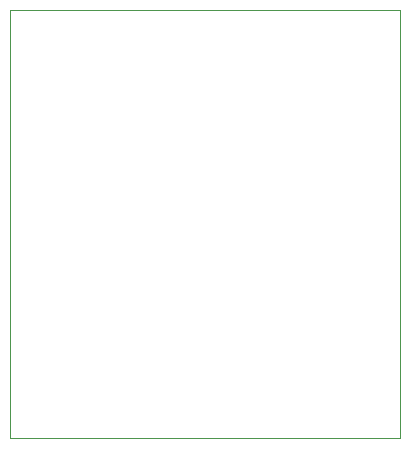
<source format=gbr>
G04 #@! TF.GenerationSoftware,KiCad,Pcbnew,7.0.2*
G04 #@! TF.CreationDate,2025-03-19T22:04:08+13:00*
G04 #@! TF.ProjectId,C128_Pi1541_Interface,43313238-5f50-4693-9135-34315f496e74,rev?*
G04 #@! TF.SameCoordinates,Original*
G04 #@! TF.FileFunction,Profile,NP*
%FSLAX46Y46*%
G04 Gerber Fmt 4.6, Leading zero omitted, Abs format (unit mm)*
G04 Created by KiCad (PCBNEW 7.0.2) date 2025-03-19 22:04:08*
%MOMM*%
%LPD*%
G01*
G04 APERTURE LIST*
G04 #@! TA.AperFunction,Profile*
%ADD10C,0.050000*%
G04 #@! TD*
G04 APERTURE END LIST*
D10*
X108712000Y-60960000D02*
X141732000Y-60960000D01*
X141732000Y-97155000D01*
X108712000Y-97155000D01*
X108712000Y-60960000D01*
M02*

</source>
